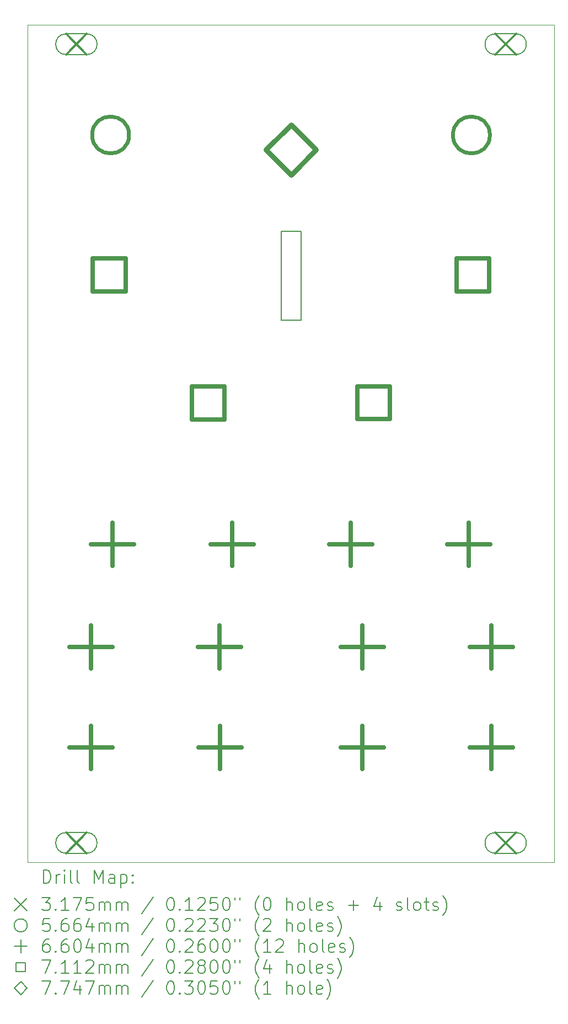
<source format=gbr>
%TF.GenerationSoftware,KiCad,Pcbnew,7.0.1-0*%
%TF.CreationDate,2023-03-29T06:15:44-07:00*%
%TF.ProjectId,Kit-Sampler-faceplate,4b69742d-5361-46d7-906c-65722d666163,rev?*%
%TF.SameCoordinates,PXa25a80PY7d1f400*%
%TF.FileFunction,Drillmap*%
%TF.FilePolarity,Positive*%
%FSLAX45Y45*%
G04 Gerber Fmt 4.5, Leading zero omitted, Abs format (unit mm)*
G04 Created by KiCad (PCBNEW 7.0.1-0) date 2023-03-29 06:15:44*
%MOMM*%
%LPD*%
G01*
G04 APERTURE LIST*
%ADD10C,0.100000*%
%ADD11C,0.150000*%
%ADD12C,0.200000*%
%ADD13C,0.317500*%
%ADD14C,0.566420*%
%ADD15C,0.660400*%
%ADD16C,0.711200*%
%ADD17C,0.774700*%
G04 APERTURE END LIST*
D10*
X-9000Y12841620D02*
X-9000Y-8380D01*
X8081000Y12841620D02*
X8081000Y-8380D01*
D11*
X3882850Y8310100D02*
X4194000Y8310100D01*
X4194000Y8310100D02*
X4194000Y9669000D01*
X4194000Y9669000D02*
X3882850Y9669000D01*
D10*
X-9000Y12841620D02*
X8081000Y12841620D01*
D11*
X3882850Y9669000D02*
X3882850Y8310100D01*
D10*
X-9000Y-8380D02*
X8081000Y-8380D01*
D12*
D13*
X581550Y12700650D02*
X899050Y12383150D01*
X899050Y12700650D02*
X581550Y12383150D01*
D12*
X581550Y12383150D02*
X899050Y12383150D01*
X899050Y12383150D02*
G75*
G03*
X899050Y12700650I0J158750D01*
G01*
X899050Y12700650D02*
X581550Y12700650D01*
X581550Y12700650D02*
G75*
G03*
X581550Y12383150I0J-158750D01*
G01*
D13*
X581550Y450090D02*
X899050Y132590D01*
X899050Y450090D02*
X581550Y132590D01*
D12*
X581550Y132590D02*
X899050Y132590D01*
X899050Y132590D02*
G75*
G03*
X899050Y450090I0J158750D01*
G01*
X899050Y450090D02*
X581550Y450090D01*
X581550Y450090D02*
G75*
G03*
X581550Y132590I0J-158750D01*
G01*
D13*
X7172950Y12700650D02*
X7490450Y12383150D01*
X7490450Y12700650D02*
X7172950Y12383150D01*
D12*
X7172950Y12383150D02*
X7490450Y12383150D01*
X7490450Y12383150D02*
G75*
G03*
X7490450Y12700650I0J158750D01*
G01*
X7490450Y12700650D02*
X7172950Y12700650D01*
X7172950Y12700650D02*
G75*
G03*
X7172950Y12383150I0J-158750D01*
G01*
D13*
X7172950Y450090D02*
X7490450Y132590D01*
X7490450Y450090D02*
X7172950Y132590D01*
D12*
X7172950Y132590D02*
X7490450Y132590D01*
X7490450Y132590D02*
G75*
G03*
X7490450Y450090I0J158750D01*
G01*
X7490450Y450090D02*
X7172950Y450090D01*
X7172950Y450090D02*
G75*
G03*
X7172950Y132590I0J-158750D01*
G01*
D14*
X1549210Y11149276D02*
G75*
G03*
X1549210Y11149276I-283210J0D01*
G01*
X7089210Y11149276D02*
G75*
G03*
X7089210Y11149276I-283210J0D01*
G01*
D15*
X963500Y3624476D02*
X963500Y2964076D01*
X633300Y3294276D02*
X1293700Y3294276D01*
X963500Y2081976D02*
X963500Y1421576D01*
X633300Y1751776D02*
X1293700Y1751776D01*
X1296000Y5204476D02*
X1296000Y4544076D01*
X965800Y4874276D02*
X1626200Y4874276D01*
X2940300Y3624476D02*
X2940300Y2964076D01*
X2610100Y3294276D02*
X3270500Y3294276D01*
X2943000Y2081976D02*
X2943000Y1421576D01*
X2612800Y1751776D02*
X3273200Y1751776D01*
X3128500Y5204476D02*
X3128500Y4544076D01*
X2798300Y4874276D02*
X3458700Y4874276D01*
X4951000Y5204476D02*
X4951000Y4544076D01*
X4620800Y4874276D02*
X5281200Y4874276D01*
X5129000Y2081976D02*
X5129000Y1421576D01*
X4798800Y1751776D02*
X5459200Y1751776D01*
X5131700Y3624476D02*
X5131700Y2964076D01*
X4801500Y3294276D02*
X5461900Y3294276D01*
X6768500Y5204476D02*
X6768500Y4544076D01*
X6438300Y4874276D02*
X7098700Y4874276D01*
X7108500Y3624476D02*
X7108500Y2964076D01*
X6778300Y3294276D02*
X7438700Y3294276D01*
X7108500Y2081976D02*
X7108500Y1421576D01*
X6778300Y1751776D02*
X7438700Y1751776D01*
D16*
X1497450Y8750327D02*
X1497450Y9253226D01*
X994550Y9253226D01*
X994550Y8750327D01*
X1497450Y8750327D01*
X3017450Y6787118D02*
X3017450Y7290018D01*
X2514550Y7290018D01*
X2514550Y6787118D01*
X3017450Y6787118D01*
X5557450Y6791550D02*
X5557450Y7294450D01*
X5054550Y7294450D01*
X5054550Y6791550D01*
X5557450Y6791550D01*
X7077450Y8750327D02*
X7077450Y9253226D01*
X6574550Y9253226D01*
X6574550Y8750327D01*
X7077450Y8750327D01*
D17*
X4036000Y10534426D02*
X4423350Y10921776D01*
X4036000Y11309126D01*
X3648650Y10921776D01*
X4036000Y10534426D01*
D12*
X233619Y-325904D02*
X233619Y-125904D01*
X233619Y-125904D02*
X281238Y-125904D01*
X281238Y-125904D02*
X309810Y-135428D01*
X309810Y-135428D02*
X328857Y-154475D01*
X328857Y-154475D02*
X338381Y-173523D01*
X338381Y-173523D02*
X347905Y-211618D01*
X347905Y-211618D02*
X347905Y-240189D01*
X347905Y-240189D02*
X338381Y-278285D01*
X338381Y-278285D02*
X328857Y-297332D01*
X328857Y-297332D02*
X309810Y-316380D01*
X309810Y-316380D02*
X281238Y-325904D01*
X281238Y-325904D02*
X233619Y-325904D01*
X433619Y-325904D02*
X433619Y-192570D01*
X433619Y-230666D02*
X443143Y-211618D01*
X443143Y-211618D02*
X452667Y-202094D01*
X452667Y-202094D02*
X471714Y-192570D01*
X471714Y-192570D02*
X490762Y-192570D01*
X557429Y-325904D02*
X557429Y-192570D01*
X557429Y-125904D02*
X547905Y-135428D01*
X547905Y-135428D02*
X557429Y-144951D01*
X557429Y-144951D02*
X566952Y-135428D01*
X566952Y-135428D02*
X557429Y-125904D01*
X557429Y-125904D02*
X557429Y-144951D01*
X681238Y-325904D02*
X662190Y-316380D01*
X662190Y-316380D02*
X652667Y-297332D01*
X652667Y-297332D02*
X652667Y-125904D01*
X786000Y-325904D02*
X766952Y-316380D01*
X766952Y-316380D02*
X757428Y-297332D01*
X757428Y-297332D02*
X757428Y-125904D01*
X1014571Y-325904D02*
X1014571Y-125904D01*
X1014571Y-125904D02*
X1081238Y-268761D01*
X1081238Y-268761D02*
X1147905Y-125904D01*
X1147905Y-125904D02*
X1147905Y-325904D01*
X1328857Y-325904D02*
X1328857Y-221142D01*
X1328857Y-221142D02*
X1319333Y-202094D01*
X1319333Y-202094D02*
X1300286Y-192570D01*
X1300286Y-192570D02*
X1262190Y-192570D01*
X1262190Y-192570D02*
X1243143Y-202094D01*
X1328857Y-316380D02*
X1309810Y-325904D01*
X1309810Y-325904D02*
X1262190Y-325904D01*
X1262190Y-325904D02*
X1243143Y-316380D01*
X1243143Y-316380D02*
X1233619Y-297332D01*
X1233619Y-297332D02*
X1233619Y-278285D01*
X1233619Y-278285D02*
X1243143Y-259237D01*
X1243143Y-259237D02*
X1262190Y-249713D01*
X1262190Y-249713D02*
X1309810Y-249713D01*
X1309810Y-249713D02*
X1328857Y-240189D01*
X1424095Y-192570D02*
X1424095Y-392570D01*
X1424095Y-202094D02*
X1443143Y-192570D01*
X1443143Y-192570D02*
X1481238Y-192570D01*
X1481238Y-192570D02*
X1500286Y-202094D01*
X1500286Y-202094D02*
X1509809Y-211618D01*
X1509809Y-211618D02*
X1519333Y-230666D01*
X1519333Y-230666D02*
X1519333Y-287809D01*
X1519333Y-287809D02*
X1509809Y-306856D01*
X1509809Y-306856D02*
X1500286Y-316380D01*
X1500286Y-316380D02*
X1481238Y-325904D01*
X1481238Y-325904D02*
X1443143Y-325904D01*
X1443143Y-325904D02*
X1424095Y-316380D01*
X1605048Y-306856D02*
X1614571Y-316380D01*
X1614571Y-316380D02*
X1605048Y-325904D01*
X1605048Y-325904D02*
X1595524Y-316380D01*
X1595524Y-316380D02*
X1605048Y-306856D01*
X1605048Y-306856D02*
X1605048Y-325904D01*
X1605048Y-202094D02*
X1614571Y-211618D01*
X1614571Y-211618D02*
X1605048Y-221142D01*
X1605048Y-221142D02*
X1595524Y-211618D01*
X1595524Y-211618D02*
X1605048Y-202094D01*
X1605048Y-202094D02*
X1605048Y-221142D01*
X-214000Y-553380D02*
X-14000Y-753380D01*
X-14000Y-553380D02*
X-214000Y-753380D01*
X214571Y-545904D02*
X338381Y-545904D01*
X338381Y-545904D02*
X271714Y-622094D01*
X271714Y-622094D02*
X300286Y-622094D01*
X300286Y-622094D02*
X319333Y-631618D01*
X319333Y-631618D02*
X328857Y-641142D01*
X328857Y-641142D02*
X338381Y-660190D01*
X338381Y-660190D02*
X338381Y-707808D01*
X338381Y-707808D02*
X328857Y-726856D01*
X328857Y-726856D02*
X319333Y-736380D01*
X319333Y-736380D02*
X300286Y-745904D01*
X300286Y-745904D02*
X243143Y-745904D01*
X243143Y-745904D02*
X224095Y-736380D01*
X224095Y-736380D02*
X214571Y-726856D01*
X424095Y-726856D02*
X433619Y-736380D01*
X433619Y-736380D02*
X424095Y-745904D01*
X424095Y-745904D02*
X414571Y-736380D01*
X414571Y-736380D02*
X424095Y-726856D01*
X424095Y-726856D02*
X424095Y-745904D01*
X624095Y-745904D02*
X509809Y-745904D01*
X566952Y-745904D02*
X566952Y-545904D01*
X566952Y-545904D02*
X547905Y-574475D01*
X547905Y-574475D02*
X528857Y-593523D01*
X528857Y-593523D02*
X509809Y-603047D01*
X690762Y-545904D02*
X824095Y-545904D01*
X824095Y-545904D02*
X738381Y-745904D01*
X995524Y-545904D02*
X900286Y-545904D01*
X900286Y-545904D02*
X890762Y-641142D01*
X890762Y-641142D02*
X900286Y-631618D01*
X900286Y-631618D02*
X919333Y-622094D01*
X919333Y-622094D02*
X966952Y-622094D01*
X966952Y-622094D02*
X986000Y-631618D01*
X986000Y-631618D02*
X995524Y-641142D01*
X995524Y-641142D02*
X1005048Y-660190D01*
X1005048Y-660190D02*
X1005048Y-707808D01*
X1005048Y-707808D02*
X995524Y-726856D01*
X995524Y-726856D02*
X986000Y-736380D01*
X986000Y-736380D02*
X966952Y-745904D01*
X966952Y-745904D02*
X919333Y-745904D01*
X919333Y-745904D02*
X900286Y-736380D01*
X900286Y-736380D02*
X890762Y-726856D01*
X1090762Y-745904D02*
X1090762Y-612570D01*
X1090762Y-631618D02*
X1100286Y-622094D01*
X1100286Y-622094D02*
X1119333Y-612570D01*
X1119333Y-612570D02*
X1147905Y-612570D01*
X1147905Y-612570D02*
X1166952Y-622094D01*
X1166952Y-622094D02*
X1176476Y-641142D01*
X1176476Y-641142D02*
X1176476Y-745904D01*
X1176476Y-641142D02*
X1186000Y-622094D01*
X1186000Y-622094D02*
X1205048Y-612570D01*
X1205048Y-612570D02*
X1233619Y-612570D01*
X1233619Y-612570D02*
X1252667Y-622094D01*
X1252667Y-622094D02*
X1262191Y-641142D01*
X1262191Y-641142D02*
X1262191Y-745904D01*
X1357429Y-745904D02*
X1357429Y-612570D01*
X1357429Y-631618D02*
X1366952Y-622094D01*
X1366952Y-622094D02*
X1386000Y-612570D01*
X1386000Y-612570D02*
X1414571Y-612570D01*
X1414571Y-612570D02*
X1433619Y-622094D01*
X1433619Y-622094D02*
X1443143Y-641142D01*
X1443143Y-641142D02*
X1443143Y-745904D01*
X1443143Y-641142D02*
X1452667Y-622094D01*
X1452667Y-622094D02*
X1471714Y-612570D01*
X1471714Y-612570D02*
X1500286Y-612570D01*
X1500286Y-612570D02*
X1519333Y-622094D01*
X1519333Y-622094D02*
X1528857Y-641142D01*
X1528857Y-641142D02*
X1528857Y-745904D01*
X1919333Y-536380D02*
X1747905Y-793523D01*
X2176476Y-545904D02*
X2195524Y-545904D01*
X2195524Y-545904D02*
X2214572Y-555428D01*
X2214572Y-555428D02*
X2224095Y-564951D01*
X2224095Y-564951D02*
X2233619Y-583999D01*
X2233619Y-583999D02*
X2243143Y-622094D01*
X2243143Y-622094D02*
X2243143Y-669713D01*
X2243143Y-669713D02*
X2233619Y-707808D01*
X2233619Y-707808D02*
X2224095Y-726856D01*
X2224095Y-726856D02*
X2214572Y-736380D01*
X2214572Y-736380D02*
X2195524Y-745904D01*
X2195524Y-745904D02*
X2176476Y-745904D01*
X2176476Y-745904D02*
X2157429Y-736380D01*
X2157429Y-736380D02*
X2147905Y-726856D01*
X2147905Y-726856D02*
X2138381Y-707808D01*
X2138381Y-707808D02*
X2128857Y-669713D01*
X2128857Y-669713D02*
X2128857Y-622094D01*
X2128857Y-622094D02*
X2138381Y-583999D01*
X2138381Y-583999D02*
X2147905Y-564951D01*
X2147905Y-564951D02*
X2157429Y-555428D01*
X2157429Y-555428D02*
X2176476Y-545904D01*
X2328857Y-726856D02*
X2338381Y-736380D01*
X2338381Y-736380D02*
X2328857Y-745904D01*
X2328857Y-745904D02*
X2319334Y-736380D01*
X2319334Y-736380D02*
X2328857Y-726856D01*
X2328857Y-726856D02*
X2328857Y-745904D01*
X2528857Y-745904D02*
X2414572Y-745904D01*
X2471714Y-745904D02*
X2471714Y-545904D01*
X2471714Y-545904D02*
X2452667Y-574475D01*
X2452667Y-574475D02*
X2433619Y-593523D01*
X2433619Y-593523D02*
X2414572Y-603047D01*
X2605048Y-564951D02*
X2614572Y-555428D01*
X2614572Y-555428D02*
X2633619Y-545904D01*
X2633619Y-545904D02*
X2681238Y-545904D01*
X2681238Y-545904D02*
X2700286Y-555428D01*
X2700286Y-555428D02*
X2709810Y-564951D01*
X2709810Y-564951D02*
X2719334Y-583999D01*
X2719334Y-583999D02*
X2719334Y-603047D01*
X2719334Y-603047D02*
X2709810Y-631618D01*
X2709810Y-631618D02*
X2595524Y-745904D01*
X2595524Y-745904D02*
X2719334Y-745904D01*
X2900286Y-545904D02*
X2805048Y-545904D01*
X2805048Y-545904D02*
X2795524Y-641142D01*
X2795524Y-641142D02*
X2805048Y-631618D01*
X2805048Y-631618D02*
X2824095Y-622094D01*
X2824095Y-622094D02*
X2871714Y-622094D01*
X2871714Y-622094D02*
X2890762Y-631618D01*
X2890762Y-631618D02*
X2900286Y-641142D01*
X2900286Y-641142D02*
X2909810Y-660190D01*
X2909810Y-660190D02*
X2909810Y-707808D01*
X2909810Y-707808D02*
X2900286Y-726856D01*
X2900286Y-726856D02*
X2890762Y-736380D01*
X2890762Y-736380D02*
X2871714Y-745904D01*
X2871714Y-745904D02*
X2824095Y-745904D01*
X2824095Y-745904D02*
X2805048Y-736380D01*
X2805048Y-736380D02*
X2795524Y-726856D01*
X3033619Y-545904D02*
X3052667Y-545904D01*
X3052667Y-545904D02*
X3071714Y-555428D01*
X3071714Y-555428D02*
X3081238Y-564951D01*
X3081238Y-564951D02*
X3090762Y-583999D01*
X3090762Y-583999D02*
X3100286Y-622094D01*
X3100286Y-622094D02*
X3100286Y-669713D01*
X3100286Y-669713D02*
X3090762Y-707808D01*
X3090762Y-707808D02*
X3081238Y-726856D01*
X3081238Y-726856D02*
X3071714Y-736380D01*
X3071714Y-736380D02*
X3052667Y-745904D01*
X3052667Y-745904D02*
X3033619Y-745904D01*
X3033619Y-745904D02*
X3014572Y-736380D01*
X3014572Y-736380D02*
X3005048Y-726856D01*
X3005048Y-726856D02*
X2995524Y-707808D01*
X2995524Y-707808D02*
X2986000Y-669713D01*
X2986000Y-669713D02*
X2986000Y-622094D01*
X2986000Y-622094D02*
X2995524Y-583999D01*
X2995524Y-583999D02*
X3005048Y-564951D01*
X3005048Y-564951D02*
X3014572Y-555428D01*
X3014572Y-555428D02*
X3033619Y-545904D01*
X3176476Y-545904D02*
X3176476Y-583999D01*
X3252667Y-545904D02*
X3252667Y-583999D01*
X3547905Y-822094D02*
X3538381Y-812570D01*
X3538381Y-812570D02*
X3519334Y-783999D01*
X3519334Y-783999D02*
X3509810Y-764951D01*
X3509810Y-764951D02*
X3500286Y-736380D01*
X3500286Y-736380D02*
X3490762Y-688761D01*
X3490762Y-688761D02*
X3490762Y-650666D01*
X3490762Y-650666D02*
X3500286Y-603047D01*
X3500286Y-603047D02*
X3509810Y-574475D01*
X3509810Y-574475D02*
X3519334Y-555428D01*
X3519334Y-555428D02*
X3538381Y-526856D01*
X3538381Y-526856D02*
X3547905Y-517332D01*
X3662191Y-545904D02*
X3681238Y-545904D01*
X3681238Y-545904D02*
X3700286Y-555428D01*
X3700286Y-555428D02*
X3709810Y-564951D01*
X3709810Y-564951D02*
X3719334Y-583999D01*
X3719334Y-583999D02*
X3728857Y-622094D01*
X3728857Y-622094D02*
X3728857Y-669713D01*
X3728857Y-669713D02*
X3719334Y-707808D01*
X3719334Y-707808D02*
X3709810Y-726856D01*
X3709810Y-726856D02*
X3700286Y-736380D01*
X3700286Y-736380D02*
X3681238Y-745904D01*
X3681238Y-745904D02*
X3662191Y-745904D01*
X3662191Y-745904D02*
X3643143Y-736380D01*
X3643143Y-736380D02*
X3633619Y-726856D01*
X3633619Y-726856D02*
X3624095Y-707808D01*
X3624095Y-707808D02*
X3614572Y-669713D01*
X3614572Y-669713D02*
X3614572Y-622094D01*
X3614572Y-622094D02*
X3624095Y-583999D01*
X3624095Y-583999D02*
X3633619Y-564951D01*
X3633619Y-564951D02*
X3643143Y-555428D01*
X3643143Y-555428D02*
X3662191Y-545904D01*
X3966953Y-745904D02*
X3966953Y-545904D01*
X4052667Y-745904D02*
X4052667Y-641142D01*
X4052667Y-641142D02*
X4043143Y-622094D01*
X4043143Y-622094D02*
X4024096Y-612570D01*
X4024096Y-612570D02*
X3995524Y-612570D01*
X3995524Y-612570D02*
X3976476Y-622094D01*
X3976476Y-622094D02*
X3966953Y-631618D01*
X4176476Y-745904D02*
X4157429Y-736380D01*
X4157429Y-736380D02*
X4147905Y-726856D01*
X4147905Y-726856D02*
X4138381Y-707808D01*
X4138381Y-707808D02*
X4138381Y-650666D01*
X4138381Y-650666D02*
X4147905Y-631618D01*
X4147905Y-631618D02*
X4157429Y-622094D01*
X4157429Y-622094D02*
X4176476Y-612570D01*
X4176476Y-612570D02*
X4205048Y-612570D01*
X4205048Y-612570D02*
X4224096Y-622094D01*
X4224096Y-622094D02*
X4233619Y-631618D01*
X4233619Y-631618D02*
X4243143Y-650666D01*
X4243143Y-650666D02*
X4243143Y-707808D01*
X4243143Y-707808D02*
X4233619Y-726856D01*
X4233619Y-726856D02*
X4224096Y-736380D01*
X4224096Y-736380D02*
X4205048Y-745904D01*
X4205048Y-745904D02*
X4176476Y-745904D01*
X4357429Y-745904D02*
X4338381Y-736380D01*
X4338381Y-736380D02*
X4328858Y-717332D01*
X4328858Y-717332D02*
X4328858Y-545904D01*
X4509810Y-736380D02*
X4490762Y-745904D01*
X4490762Y-745904D02*
X4452667Y-745904D01*
X4452667Y-745904D02*
X4433619Y-736380D01*
X4433619Y-736380D02*
X4424096Y-717332D01*
X4424096Y-717332D02*
X4424096Y-641142D01*
X4424096Y-641142D02*
X4433619Y-622094D01*
X4433619Y-622094D02*
X4452667Y-612570D01*
X4452667Y-612570D02*
X4490762Y-612570D01*
X4490762Y-612570D02*
X4509810Y-622094D01*
X4509810Y-622094D02*
X4519334Y-641142D01*
X4519334Y-641142D02*
X4519334Y-660190D01*
X4519334Y-660190D02*
X4424096Y-679237D01*
X4595524Y-736380D02*
X4614572Y-745904D01*
X4614572Y-745904D02*
X4652667Y-745904D01*
X4652667Y-745904D02*
X4671715Y-736380D01*
X4671715Y-736380D02*
X4681239Y-717332D01*
X4681239Y-717332D02*
X4681239Y-707808D01*
X4681239Y-707808D02*
X4671715Y-688761D01*
X4671715Y-688761D02*
X4652667Y-679237D01*
X4652667Y-679237D02*
X4624096Y-679237D01*
X4624096Y-679237D02*
X4605048Y-669713D01*
X4605048Y-669713D02*
X4595524Y-650666D01*
X4595524Y-650666D02*
X4595524Y-641142D01*
X4595524Y-641142D02*
X4605048Y-622094D01*
X4605048Y-622094D02*
X4624096Y-612570D01*
X4624096Y-612570D02*
X4652667Y-612570D01*
X4652667Y-612570D02*
X4671715Y-622094D01*
X4919334Y-669713D02*
X5071715Y-669713D01*
X4995524Y-745904D02*
X4995524Y-593523D01*
X5405048Y-612570D02*
X5405048Y-745904D01*
X5357429Y-536380D02*
X5309810Y-679237D01*
X5309810Y-679237D02*
X5433620Y-679237D01*
X5652667Y-736380D02*
X5671715Y-745904D01*
X5671715Y-745904D02*
X5709810Y-745904D01*
X5709810Y-745904D02*
X5728858Y-736380D01*
X5728858Y-736380D02*
X5738381Y-717332D01*
X5738381Y-717332D02*
X5738381Y-707808D01*
X5738381Y-707808D02*
X5728858Y-688761D01*
X5728858Y-688761D02*
X5709810Y-679237D01*
X5709810Y-679237D02*
X5681239Y-679237D01*
X5681239Y-679237D02*
X5662191Y-669713D01*
X5662191Y-669713D02*
X5652667Y-650666D01*
X5652667Y-650666D02*
X5652667Y-641142D01*
X5652667Y-641142D02*
X5662191Y-622094D01*
X5662191Y-622094D02*
X5681239Y-612570D01*
X5681239Y-612570D02*
X5709810Y-612570D01*
X5709810Y-612570D02*
X5728858Y-622094D01*
X5852667Y-745904D02*
X5833620Y-736380D01*
X5833620Y-736380D02*
X5824096Y-717332D01*
X5824096Y-717332D02*
X5824096Y-545904D01*
X5957429Y-745904D02*
X5938381Y-736380D01*
X5938381Y-736380D02*
X5928858Y-726856D01*
X5928858Y-726856D02*
X5919334Y-707808D01*
X5919334Y-707808D02*
X5919334Y-650666D01*
X5919334Y-650666D02*
X5928858Y-631618D01*
X5928858Y-631618D02*
X5938381Y-622094D01*
X5938381Y-622094D02*
X5957429Y-612570D01*
X5957429Y-612570D02*
X5986001Y-612570D01*
X5986001Y-612570D02*
X6005048Y-622094D01*
X6005048Y-622094D02*
X6014572Y-631618D01*
X6014572Y-631618D02*
X6024096Y-650666D01*
X6024096Y-650666D02*
X6024096Y-707808D01*
X6024096Y-707808D02*
X6014572Y-726856D01*
X6014572Y-726856D02*
X6005048Y-736380D01*
X6005048Y-736380D02*
X5986001Y-745904D01*
X5986001Y-745904D02*
X5957429Y-745904D01*
X6081239Y-612570D02*
X6157429Y-612570D01*
X6109810Y-545904D02*
X6109810Y-717332D01*
X6109810Y-717332D02*
X6119334Y-736380D01*
X6119334Y-736380D02*
X6138381Y-745904D01*
X6138381Y-745904D02*
X6157429Y-745904D01*
X6214572Y-736380D02*
X6233620Y-745904D01*
X6233620Y-745904D02*
X6271715Y-745904D01*
X6271715Y-745904D02*
X6290762Y-736380D01*
X6290762Y-736380D02*
X6300286Y-717332D01*
X6300286Y-717332D02*
X6300286Y-707808D01*
X6300286Y-707808D02*
X6290762Y-688761D01*
X6290762Y-688761D02*
X6271715Y-679237D01*
X6271715Y-679237D02*
X6243143Y-679237D01*
X6243143Y-679237D02*
X6224096Y-669713D01*
X6224096Y-669713D02*
X6214572Y-650666D01*
X6214572Y-650666D02*
X6214572Y-641142D01*
X6214572Y-641142D02*
X6224096Y-622094D01*
X6224096Y-622094D02*
X6243143Y-612570D01*
X6243143Y-612570D02*
X6271715Y-612570D01*
X6271715Y-612570D02*
X6290762Y-622094D01*
X6366953Y-822094D02*
X6376477Y-812570D01*
X6376477Y-812570D02*
X6395524Y-783999D01*
X6395524Y-783999D02*
X6405048Y-764951D01*
X6405048Y-764951D02*
X6414572Y-736380D01*
X6414572Y-736380D02*
X6424096Y-688761D01*
X6424096Y-688761D02*
X6424096Y-650666D01*
X6424096Y-650666D02*
X6414572Y-603047D01*
X6414572Y-603047D02*
X6405048Y-574475D01*
X6405048Y-574475D02*
X6395524Y-555428D01*
X6395524Y-555428D02*
X6376477Y-526856D01*
X6376477Y-526856D02*
X6366953Y-517332D01*
X-14000Y-973380D02*
G75*
G03*
X-14000Y-973380I-100000J0D01*
G01*
X328857Y-865904D02*
X233619Y-865904D01*
X233619Y-865904D02*
X224095Y-961142D01*
X224095Y-961142D02*
X233619Y-951618D01*
X233619Y-951618D02*
X252667Y-942094D01*
X252667Y-942094D02*
X300286Y-942094D01*
X300286Y-942094D02*
X319333Y-951618D01*
X319333Y-951618D02*
X328857Y-961142D01*
X328857Y-961142D02*
X338381Y-980189D01*
X338381Y-980189D02*
X338381Y-1027808D01*
X338381Y-1027808D02*
X328857Y-1046856D01*
X328857Y-1046856D02*
X319333Y-1056380D01*
X319333Y-1056380D02*
X300286Y-1065904D01*
X300286Y-1065904D02*
X252667Y-1065904D01*
X252667Y-1065904D02*
X233619Y-1056380D01*
X233619Y-1056380D02*
X224095Y-1046856D01*
X424095Y-1046856D02*
X433619Y-1056380D01*
X433619Y-1056380D02*
X424095Y-1065904D01*
X424095Y-1065904D02*
X414571Y-1056380D01*
X414571Y-1056380D02*
X424095Y-1046856D01*
X424095Y-1046856D02*
X424095Y-1065904D01*
X605048Y-865904D02*
X566952Y-865904D01*
X566952Y-865904D02*
X547905Y-875428D01*
X547905Y-875428D02*
X538381Y-884951D01*
X538381Y-884951D02*
X519333Y-913523D01*
X519333Y-913523D02*
X509809Y-951618D01*
X509809Y-951618D02*
X509809Y-1027808D01*
X509809Y-1027808D02*
X519333Y-1046856D01*
X519333Y-1046856D02*
X528857Y-1056380D01*
X528857Y-1056380D02*
X547905Y-1065904D01*
X547905Y-1065904D02*
X586000Y-1065904D01*
X586000Y-1065904D02*
X605048Y-1056380D01*
X605048Y-1056380D02*
X614571Y-1046856D01*
X614571Y-1046856D02*
X624095Y-1027808D01*
X624095Y-1027808D02*
X624095Y-980189D01*
X624095Y-980189D02*
X614571Y-961142D01*
X614571Y-961142D02*
X605048Y-951618D01*
X605048Y-951618D02*
X586000Y-942094D01*
X586000Y-942094D02*
X547905Y-942094D01*
X547905Y-942094D02*
X528857Y-951618D01*
X528857Y-951618D02*
X519333Y-961142D01*
X519333Y-961142D02*
X509809Y-980189D01*
X795524Y-865904D02*
X757428Y-865904D01*
X757428Y-865904D02*
X738381Y-875428D01*
X738381Y-875428D02*
X728857Y-884951D01*
X728857Y-884951D02*
X709809Y-913523D01*
X709809Y-913523D02*
X700286Y-951618D01*
X700286Y-951618D02*
X700286Y-1027808D01*
X700286Y-1027808D02*
X709809Y-1046856D01*
X709809Y-1046856D02*
X719333Y-1056380D01*
X719333Y-1056380D02*
X738381Y-1065904D01*
X738381Y-1065904D02*
X776476Y-1065904D01*
X776476Y-1065904D02*
X795524Y-1056380D01*
X795524Y-1056380D02*
X805048Y-1046856D01*
X805048Y-1046856D02*
X814571Y-1027808D01*
X814571Y-1027808D02*
X814571Y-980189D01*
X814571Y-980189D02*
X805048Y-961142D01*
X805048Y-961142D02*
X795524Y-951618D01*
X795524Y-951618D02*
X776476Y-942094D01*
X776476Y-942094D02*
X738381Y-942094D01*
X738381Y-942094D02*
X719333Y-951618D01*
X719333Y-951618D02*
X709809Y-961142D01*
X709809Y-961142D02*
X700286Y-980189D01*
X986000Y-932570D02*
X986000Y-1065904D01*
X938381Y-856380D02*
X890762Y-999237D01*
X890762Y-999237D02*
X1014571Y-999237D01*
X1090762Y-1065904D02*
X1090762Y-932570D01*
X1090762Y-951618D02*
X1100286Y-942094D01*
X1100286Y-942094D02*
X1119333Y-932570D01*
X1119333Y-932570D02*
X1147905Y-932570D01*
X1147905Y-932570D02*
X1166952Y-942094D01*
X1166952Y-942094D02*
X1176476Y-961142D01*
X1176476Y-961142D02*
X1176476Y-1065904D01*
X1176476Y-961142D02*
X1186000Y-942094D01*
X1186000Y-942094D02*
X1205048Y-932570D01*
X1205048Y-932570D02*
X1233619Y-932570D01*
X1233619Y-932570D02*
X1252667Y-942094D01*
X1252667Y-942094D02*
X1262191Y-961142D01*
X1262191Y-961142D02*
X1262191Y-1065904D01*
X1357429Y-1065904D02*
X1357429Y-932570D01*
X1357429Y-951618D02*
X1366952Y-942094D01*
X1366952Y-942094D02*
X1386000Y-932570D01*
X1386000Y-932570D02*
X1414571Y-932570D01*
X1414571Y-932570D02*
X1433619Y-942094D01*
X1433619Y-942094D02*
X1443143Y-961142D01*
X1443143Y-961142D02*
X1443143Y-1065904D01*
X1443143Y-961142D02*
X1452667Y-942094D01*
X1452667Y-942094D02*
X1471714Y-932570D01*
X1471714Y-932570D02*
X1500286Y-932570D01*
X1500286Y-932570D02*
X1519333Y-942094D01*
X1519333Y-942094D02*
X1528857Y-961142D01*
X1528857Y-961142D02*
X1528857Y-1065904D01*
X1919333Y-856380D02*
X1747905Y-1113523D01*
X2176476Y-865904D02*
X2195524Y-865904D01*
X2195524Y-865904D02*
X2214572Y-875428D01*
X2214572Y-875428D02*
X2224095Y-884951D01*
X2224095Y-884951D02*
X2233619Y-903999D01*
X2233619Y-903999D02*
X2243143Y-942094D01*
X2243143Y-942094D02*
X2243143Y-989713D01*
X2243143Y-989713D02*
X2233619Y-1027808D01*
X2233619Y-1027808D02*
X2224095Y-1046856D01*
X2224095Y-1046856D02*
X2214572Y-1056380D01*
X2214572Y-1056380D02*
X2195524Y-1065904D01*
X2195524Y-1065904D02*
X2176476Y-1065904D01*
X2176476Y-1065904D02*
X2157429Y-1056380D01*
X2157429Y-1056380D02*
X2147905Y-1046856D01*
X2147905Y-1046856D02*
X2138381Y-1027808D01*
X2138381Y-1027808D02*
X2128857Y-989713D01*
X2128857Y-989713D02*
X2128857Y-942094D01*
X2128857Y-942094D02*
X2138381Y-903999D01*
X2138381Y-903999D02*
X2147905Y-884951D01*
X2147905Y-884951D02*
X2157429Y-875428D01*
X2157429Y-875428D02*
X2176476Y-865904D01*
X2328857Y-1046856D02*
X2338381Y-1056380D01*
X2338381Y-1056380D02*
X2328857Y-1065904D01*
X2328857Y-1065904D02*
X2319334Y-1056380D01*
X2319334Y-1056380D02*
X2328857Y-1046856D01*
X2328857Y-1046856D02*
X2328857Y-1065904D01*
X2414572Y-884951D02*
X2424095Y-875428D01*
X2424095Y-875428D02*
X2443143Y-865904D01*
X2443143Y-865904D02*
X2490762Y-865904D01*
X2490762Y-865904D02*
X2509810Y-875428D01*
X2509810Y-875428D02*
X2519334Y-884951D01*
X2519334Y-884951D02*
X2528857Y-903999D01*
X2528857Y-903999D02*
X2528857Y-923047D01*
X2528857Y-923047D02*
X2519334Y-951618D01*
X2519334Y-951618D02*
X2405048Y-1065904D01*
X2405048Y-1065904D02*
X2528857Y-1065904D01*
X2605048Y-884951D02*
X2614572Y-875428D01*
X2614572Y-875428D02*
X2633619Y-865904D01*
X2633619Y-865904D02*
X2681238Y-865904D01*
X2681238Y-865904D02*
X2700286Y-875428D01*
X2700286Y-875428D02*
X2709810Y-884951D01*
X2709810Y-884951D02*
X2719334Y-903999D01*
X2719334Y-903999D02*
X2719334Y-923047D01*
X2719334Y-923047D02*
X2709810Y-951618D01*
X2709810Y-951618D02*
X2595524Y-1065904D01*
X2595524Y-1065904D02*
X2719334Y-1065904D01*
X2786000Y-865904D02*
X2909810Y-865904D01*
X2909810Y-865904D02*
X2843143Y-942094D01*
X2843143Y-942094D02*
X2871714Y-942094D01*
X2871714Y-942094D02*
X2890762Y-951618D01*
X2890762Y-951618D02*
X2900286Y-961142D01*
X2900286Y-961142D02*
X2909810Y-980189D01*
X2909810Y-980189D02*
X2909810Y-1027808D01*
X2909810Y-1027808D02*
X2900286Y-1046856D01*
X2900286Y-1046856D02*
X2890762Y-1056380D01*
X2890762Y-1056380D02*
X2871714Y-1065904D01*
X2871714Y-1065904D02*
X2814572Y-1065904D01*
X2814572Y-1065904D02*
X2795524Y-1056380D01*
X2795524Y-1056380D02*
X2786000Y-1046856D01*
X3033619Y-865904D02*
X3052667Y-865904D01*
X3052667Y-865904D02*
X3071714Y-875428D01*
X3071714Y-875428D02*
X3081238Y-884951D01*
X3081238Y-884951D02*
X3090762Y-903999D01*
X3090762Y-903999D02*
X3100286Y-942094D01*
X3100286Y-942094D02*
X3100286Y-989713D01*
X3100286Y-989713D02*
X3090762Y-1027808D01*
X3090762Y-1027808D02*
X3081238Y-1046856D01*
X3081238Y-1046856D02*
X3071714Y-1056380D01*
X3071714Y-1056380D02*
X3052667Y-1065904D01*
X3052667Y-1065904D02*
X3033619Y-1065904D01*
X3033619Y-1065904D02*
X3014572Y-1056380D01*
X3014572Y-1056380D02*
X3005048Y-1046856D01*
X3005048Y-1046856D02*
X2995524Y-1027808D01*
X2995524Y-1027808D02*
X2986000Y-989713D01*
X2986000Y-989713D02*
X2986000Y-942094D01*
X2986000Y-942094D02*
X2995524Y-903999D01*
X2995524Y-903999D02*
X3005048Y-884951D01*
X3005048Y-884951D02*
X3014572Y-875428D01*
X3014572Y-875428D02*
X3033619Y-865904D01*
X3176476Y-865904D02*
X3176476Y-903999D01*
X3252667Y-865904D02*
X3252667Y-903999D01*
X3547905Y-1142094D02*
X3538381Y-1132570D01*
X3538381Y-1132570D02*
X3519334Y-1103999D01*
X3519334Y-1103999D02*
X3509810Y-1084951D01*
X3509810Y-1084951D02*
X3500286Y-1056380D01*
X3500286Y-1056380D02*
X3490762Y-1008761D01*
X3490762Y-1008761D02*
X3490762Y-970666D01*
X3490762Y-970666D02*
X3500286Y-923047D01*
X3500286Y-923047D02*
X3509810Y-894475D01*
X3509810Y-894475D02*
X3519334Y-875428D01*
X3519334Y-875428D02*
X3538381Y-846856D01*
X3538381Y-846856D02*
X3547905Y-837332D01*
X3614572Y-884951D02*
X3624095Y-875428D01*
X3624095Y-875428D02*
X3643143Y-865904D01*
X3643143Y-865904D02*
X3690762Y-865904D01*
X3690762Y-865904D02*
X3709810Y-875428D01*
X3709810Y-875428D02*
X3719334Y-884951D01*
X3719334Y-884951D02*
X3728857Y-903999D01*
X3728857Y-903999D02*
X3728857Y-923047D01*
X3728857Y-923047D02*
X3719334Y-951618D01*
X3719334Y-951618D02*
X3605048Y-1065904D01*
X3605048Y-1065904D02*
X3728857Y-1065904D01*
X3966953Y-1065904D02*
X3966953Y-865904D01*
X4052667Y-1065904D02*
X4052667Y-961142D01*
X4052667Y-961142D02*
X4043143Y-942094D01*
X4043143Y-942094D02*
X4024096Y-932570D01*
X4024096Y-932570D02*
X3995524Y-932570D01*
X3995524Y-932570D02*
X3976476Y-942094D01*
X3976476Y-942094D02*
X3966953Y-951618D01*
X4176476Y-1065904D02*
X4157429Y-1056380D01*
X4157429Y-1056380D02*
X4147905Y-1046856D01*
X4147905Y-1046856D02*
X4138381Y-1027808D01*
X4138381Y-1027808D02*
X4138381Y-970666D01*
X4138381Y-970666D02*
X4147905Y-951618D01*
X4147905Y-951618D02*
X4157429Y-942094D01*
X4157429Y-942094D02*
X4176476Y-932570D01*
X4176476Y-932570D02*
X4205048Y-932570D01*
X4205048Y-932570D02*
X4224096Y-942094D01*
X4224096Y-942094D02*
X4233619Y-951618D01*
X4233619Y-951618D02*
X4243143Y-970666D01*
X4243143Y-970666D02*
X4243143Y-1027808D01*
X4243143Y-1027808D02*
X4233619Y-1046856D01*
X4233619Y-1046856D02*
X4224096Y-1056380D01*
X4224096Y-1056380D02*
X4205048Y-1065904D01*
X4205048Y-1065904D02*
X4176476Y-1065904D01*
X4357429Y-1065904D02*
X4338381Y-1056380D01*
X4338381Y-1056380D02*
X4328858Y-1037332D01*
X4328858Y-1037332D02*
X4328858Y-865904D01*
X4509810Y-1056380D02*
X4490762Y-1065904D01*
X4490762Y-1065904D02*
X4452667Y-1065904D01*
X4452667Y-1065904D02*
X4433619Y-1056380D01*
X4433619Y-1056380D02*
X4424096Y-1037332D01*
X4424096Y-1037332D02*
X4424096Y-961142D01*
X4424096Y-961142D02*
X4433619Y-942094D01*
X4433619Y-942094D02*
X4452667Y-932570D01*
X4452667Y-932570D02*
X4490762Y-932570D01*
X4490762Y-932570D02*
X4509810Y-942094D01*
X4509810Y-942094D02*
X4519334Y-961142D01*
X4519334Y-961142D02*
X4519334Y-980189D01*
X4519334Y-980189D02*
X4424096Y-999237D01*
X4595524Y-1056380D02*
X4614572Y-1065904D01*
X4614572Y-1065904D02*
X4652667Y-1065904D01*
X4652667Y-1065904D02*
X4671715Y-1056380D01*
X4671715Y-1056380D02*
X4681239Y-1037332D01*
X4681239Y-1037332D02*
X4681239Y-1027808D01*
X4681239Y-1027808D02*
X4671715Y-1008761D01*
X4671715Y-1008761D02*
X4652667Y-999237D01*
X4652667Y-999237D02*
X4624096Y-999237D01*
X4624096Y-999237D02*
X4605048Y-989713D01*
X4605048Y-989713D02*
X4595524Y-970666D01*
X4595524Y-970666D02*
X4595524Y-961142D01*
X4595524Y-961142D02*
X4605048Y-942094D01*
X4605048Y-942094D02*
X4624096Y-932570D01*
X4624096Y-932570D02*
X4652667Y-932570D01*
X4652667Y-932570D02*
X4671715Y-942094D01*
X4747905Y-1142094D02*
X4757429Y-1132570D01*
X4757429Y-1132570D02*
X4776477Y-1103999D01*
X4776477Y-1103999D02*
X4786000Y-1084951D01*
X4786000Y-1084951D02*
X4795524Y-1056380D01*
X4795524Y-1056380D02*
X4805048Y-1008761D01*
X4805048Y-1008761D02*
X4805048Y-970666D01*
X4805048Y-970666D02*
X4795524Y-923047D01*
X4795524Y-923047D02*
X4786000Y-894475D01*
X4786000Y-894475D02*
X4776477Y-875428D01*
X4776477Y-875428D02*
X4757429Y-846856D01*
X4757429Y-846856D02*
X4747905Y-837332D01*
X-114000Y-1193380D02*
X-114000Y-1393380D01*
X-214000Y-1293380D02*
X-14000Y-1293380D01*
X319333Y-1185904D02*
X281238Y-1185904D01*
X281238Y-1185904D02*
X262190Y-1195428D01*
X262190Y-1195428D02*
X252667Y-1204951D01*
X252667Y-1204951D02*
X233619Y-1233523D01*
X233619Y-1233523D02*
X224095Y-1271618D01*
X224095Y-1271618D02*
X224095Y-1347809D01*
X224095Y-1347809D02*
X233619Y-1366856D01*
X233619Y-1366856D02*
X243143Y-1376380D01*
X243143Y-1376380D02*
X262190Y-1385904D01*
X262190Y-1385904D02*
X300286Y-1385904D01*
X300286Y-1385904D02*
X319333Y-1376380D01*
X319333Y-1376380D02*
X328857Y-1366856D01*
X328857Y-1366856D02*
X338381Y-1347809D01*
X338381Y-1347809D02*
X338381Y-1300190D01*
X338381Y-1300190D02*
X328857Y-1281142D01*
X328857Y-1281142D02*
X319333Y-1271618D01*
X319333Y-1271618D02*
X300286Y-1262094D01*
X300286Y-1262094D02*
X262190Y-1262094D01*
X262190Y-1262094D02*
X243143Y-1271618D01*
X243143Y-1271618D02*
X233619Y-1281142D01*
X233619Y-1281142D02*
X224095Y-1300190D01*
X424095Y-1366856D02*
X433619Y-1376380D01*
X433619Y-1376380D02*
X424095Y-1385904D01*
X424095Y-1385904D02*
X414571Y-1376380D01*
X414571Y-1376380D02*
X424095Y-1366856D01*
X424095Y-1366856D02*
X424095Y-1385904D01*
X605048Y-1185904D02*
X566952Y-1185904D01*
X566952Y-1185904D02*
X547905Y-1195428D01*
X547905Y-1195428D02*
X538381Y-1204951D01*
X538381Y-1204951D02*
X519333Y-1233523D01*
X519333Y-1233523D02*
X509809Y-1271618D01*
X509809Y-1271618D02*
X509809Y-1347809D01*
X509809Y-1347809D02*
X519333Y-1366856D01*
X519333Y-1366856D02*
X528857Y-1376380D01*
X528857Y-1376380D02*
X547905Y-1385904D01*
X547905Y-1385904D02*
X586000Y-1385904D01*
X586000Y-1385904D02*
X605048Y-1376380D01*
X605048Y-1376380D02*
X614571Y-1366856D01*
X614571Y-1366856D02*
X624095Y-1347809D01*
X624095Y-1347809D02*
X624095Y-1300190D01*
X624095Y-1300190D02*
X614571Y-1281142D01*
X614571Y-1281142D02*
X605048Y-1271618D01*
X605048Y-1271618D02*
X586000Y-1262094D01*
X586000Y-1262094D02*
X547905Y-1262094D01*
X547905Y-1262094D02*
X528857Y-1271618D01*
X528857Y-1271618D02*
X519333Y-1281142D01*
X519333Y-1281142D02*
X509809Y-1300190D01*
X747905Y-1185904D02*
X766952Y-1185904D01*
X766952Y-1185904D02*
X786000Y-1195428D01*
X786000Y-1195428D02*
X795524Y-1204951D01*
X795524Y-1204951D02*
X805048Y-1223999D01*
X805048Y-1223999D02*
X814571Y-1262094D01*
X814571Y-1262094D02*
X814571Y-1309713D01*
X814571Y-1309713D02*
X805048Y-1347809D01*
X805048Y-1347809D02*
X795524Y-1366856D01*
X795524Y-1366856D02*
X786000Y-1376380D01*
X786000Y-1376380D02*
X766952Y-1385904D01*
X766952Y-1385904D02*
X747905Y-1385904D01*
X747905Y-1385904D02*
X728857Y-1376380D01*
X728857Y-1376380D02*
X719333Y-1366856D01*
X719333Y-1366856D02*
X709809Y-1347809D01*
X709809Y-1347809D02*
X700286Y-1309713D01*
X700286Y-1309713D02*
X700286Y-1262094D01*
X700286Y-1262094D02*
X709809Y-1223999D01*
X709809Y-1223999D02*
X719333Y-1204951D01*
X719333Y-1204951D02*
X728857Y-1195428D01*
X728857Y-1195428D02*
X747905Y-1185904D01*
X986000Y-1252570D02*
X986000Y-1385904D01*
X938381Y-1176380D02*
X890762Y-1319237D01*
X890762Y-1319237D02*
X1014571Y-1319237D01*
X1090762Y-1385904D02*
X1090762Y-1252570D01*
X1090762Y-1271618D02*
X1100286Y-1262094D01*
X1100286Y-1262094D02*
X1119333Y-1252570D01*
X1119333Y-1252570D02*
X1147905Y-1252570D01*
X1147905Y-1252570D02*
X1166952Y-1262094D01*
X1166952Y-1262094D02*
X1176476Y-1281142D01*
X1176476Y-1281142D02*
X1176476Y-1385904D01*
X1176476Y-1281142D02*
X1186000Y-1262094D01*
X1186000Y-1262094D02*
X1205048Y-1252570D01*
X1205048Y-1252570D02*
X1233619Y-1252570D01*
X1233619Y-1252570D02*
X1252667Y-1262094D01*
X1252667Y-1262094D02*
X1262191Y-1281142D01*
X1262191Y-1281142D02*
X1262191Y-1385904D01*
X1357429Y-1385904D02*
X1357429Y-1252570D01*
X1357429Y-1271618D02*
X1366952Y-1262094D01*
X1366952Y-1262094D02*
X1386000Y-1252570D01*
X1386000Y-1252570D02*
X1414571Y-1252570D01*
X1414571Y-1252570D02*
X1433619Y-1262094D01*
X1433619Y-1262094D02*
X1443143Y-1281142D01*
X1443143Y-1281142D02*
X1443143Y-1385904D01*
X1443143Y-1281142D02*
X1452667Y-1262094D01*
X1452667Y-1262094D02*
X1471714Y-1252570D01*
X1471714Y-1252570D02*
X1500286Y-1252570D01*
X1500286Y-1252570D02*
X1519333Y-1262094D01*
X1519333Y-1262094D02*
X1528857Y-1281142D01*
X1528857Y-1281142D02*
X1528857Y-1385904D01*
X1919333Y-1176380D02*
X1747905Y-1433523D01*
X2176476Y-1185904D02*
X2195524Y-1185904D01*
X2195524Y-1185904D02*
X2214572Y-1195428D01*
X2214572Y-1195428D02*
X2224095Y-1204951D01*
X2224095Y-1204951D02*
X2233619Y-1223999D01*
X2233619Y-1223999D02*
X2243143Y-1262094D01*
X2243143Y-1262094D02*
X2243143Y-1309713D01*
X2243143Y-1309713D02*
X2233619Y-1347809D01*
X2233619Y-1347809D02*
X2224095Y-1366856D01*
X2224095Y-1366856D02*
X2214572Y-1376380D01*
X2214572Y-1376380D02*
X2195524Y-1385904D01*
X2195524Y-1385904D02*
X2176476Y-1385904D01*
X2176476Y-1385904D02*
X2157429Y-1376380D01*
X2157429Y-1376380D02*
X2147905Y-1366856D01*
X2147905Y-1366856D02*
X2138381Y-1347809D01*
X2138381Y-1347809D02*
X2128857Y-1309713D01*
X2128857Y-1309713D02*
X2128857Y-1262094D01*
X2128857Y-1262094D02*
X2138381Y-1223999D01*
X2138381Y-1223999D02*
X2147905Y-1204951D01*
X2147905Y-1204951D02*
X2157429Y-1195428D01*
X2157429Y-1195428D02*
X2176476Y-1185904D01*
X2328857Y-1366856D02*
X2338381Y-1376380D01*
X2338381Y-1376380D02*
X2328857Y-1385904D01*
X2328857Y-1385904D02*
X2319334Y-1376380D01*
X2319334Y-1376380D02*
X2328857Y-1366856D01*
X2328857Y-1366856D02*
X2328857Y-1385904D01*
X2414572Y-1204951D02*
X2424095Y-1195428D01*
X2424095Y-1195428D02*
X2443143Y-1185904D01*
X2443143Y-1185904D02*
X2490762Y-1185904D01*
X2490762Y-1185904D02*
X2509810Y-1195428D01*
X2509810Y-1195428D02*
X2519334Y-1204951D01*
X2519334Y-1204951D02*
X2528857Y-1223999D01*
X2528857Y-1223999D02*
X2528857Y-1243047D01*
X2528857Y-1243047D02*
X2519334Y-1271618D01*
X2519334Y-1271618D02*
X2405048Y-1385904D01*
X2405048Y-1385904D02*
X2528857Y-1385904D01*
X2700286Y-1185904D02*
X2662191Y-1185904D01*
X2662191Y-1185904D02*
X2643143Y-1195428D01*
X2643143Y-1195428D02*
X2633619Y-1204951D01*
X2633619Y-1204951D02*
X2614572Y-1233523D01*
X2614572Y-1233523D02*
X2605048Y-1271618D01*
X2605048Y-1271618D02*
X2605048Y-1347809D01*
X2605048Y-1347809D02*
X2614572Y-1366856D01*
X2614572Y-1366856D02*
X2624095Y-1376380D01*
X2624095Y-1376380D02*
X2643143Y-1385904D01*
X2643143Y-1385904D02*
X2681238Y-1385904D01*
X2681238Y-1385904D02*
X2700286Y-1376380D01*
X2700286Y-1376380D02*
X2709810Y-1366856D01*
X2709810Y-1366856D02*
X2719334Y-1347809D01*
X2719334Y-1347809D02*
X2719334Y-1300190D01*
X2719334Y-1300190D02*
X2709810Y-1281142D01*
X2709810Y-1281142D02*
X2700286Y-1271618D01*
X2700286Y-1271618D02*
X2681238Y-1262094D01*
X2681238Y-1262094D02*
X2643143Y-1262094D01*
X2643143Y-1262094D02*
X2624095Y-1271618D01*
X2624095Y-1271618D02*
X2614572Y-1281142D01*
X2614572Y-1281142D02*
X2605048Y-1300190D01*
X2843143Y-1185904D02*
X2862191Y-1185904D01*
X2862191Y-1185904D02*
X2881238Y-1195428D01*
X2881238Y-1195428D02*
X2890762Y-1204951D01*
X2890762Y-1204951D02*
X2900286Y-1223999D01*
X2900286Y-1223999D02*
X2909810Y-1262094D01*
X2909810Y-1262094D02*
X2909810Y-1309713D01*
X2909810Y-1309713D02*
X2900286Y-1347809D01*
X2900286Y-1347809D02*
X2890762Y-1366856D01*
X2890762Y-1366856D02*
X2881238Y-1376380D01*
X2881238Y-1376380D02*
X2862191Y-1385904D01*
X2862191Y-1385904D02*
X2843143Y-1385904D01*
X2843143Y-1385904D02*
X2824095Y-1376380D01*
X2824095Y-1376380D02*
X2814572Y-1366856D01*
X2814572Y-1366856D02*
X2805048Y-1347809D01*
X2805048Y-1347809D02*
X2795524Y-1309713D01*
X2795524Y-1309713D02*
X2795524Y-1262094D01*
X2795524Y-1262094D02*
X2805048Y-1223999D01*
X2805048Y-1223999D02*
X2814572Y-1204951D01*
X2814572Y-1204951D02*
X2824095Y-1195428D01*
X2824095Y-1195428D02*
X2843143Y-1185904D01*
X3033619Y-1185904D02*
X3052667Y-1185904D01*
X3052667Y-1185904D02*
X3071714Y-1195428D01*
X3071714Y-1195428D02*
X3081238Y-1204951D01*
X3081238Y-1204951D02*
X3090762Y-1223999D01*
X3090762Y-1223999D02*
X3100286Y-1262094D01*
X3100286Y-1262094D02*
X3100286Y-1309713D01*
X3100286Y-1309713D02*
X3090762Y-1347809D01*
X3090762Y-1347809D02*
X3081238Y-1366856D01*
X3081238Y-1366856D02*
X3071714Y-1376380D01*
X3071714Y-1376380D02*
X3052667Y-1385904D01*
X3052667Y-1385904D02*
X3033619Y-1385904D01*
X3033619Y-1385904D02*
X3014572Y-1376380D01*
X3014572Y-1376380D02*
X3005048Y-1366856D01*
X3005048Y-1366856D02*
X2995524Y-1347809D01*
X2995524Y-1347809D02*
X2986000Y-1309713D01*
X2986000Y-1309713D02*
X2986000Y-1262094D01*
X2986000Y-1262094D02*
X2995524Y-1223999D01*
X2995524Y-1223999D02*
X3005048Y-1204951D01*
X3005048Y-1204951D02*
X3014572Y-1195428D01*
X3014572Y-1195428D02*
X3033619Y-1185904D01*
X3176476Y-1185904D02*
X3176476Y-1223999D01*
X3252667Y-1185904D02*
X3252667Y-1223999D01*
X3547905Y-1462094D02*
X3538381Y-1452570D01*
X3538381Y-1452570D02*
X3519334Y-1423999D01*
X3519334Y-1423999D02*
X3509810Y-1404951D01*
X3509810Y-1404951D02*
X3500286Y-1376380D01*
X3500286Y-1376380D02*
X3490762Y-1328761D01*
X3490762Y-1328761D02*
X3490762Y-1290666D01*
X3490762Y-1290666D02*
X3500286Y-1243047D01*
X3500286Y-1243047D02*
X3509810Y-1214475D01*
X3509810Y-1214475D02*
X3519334Y-1195428D01*
X3519334Y-1195428D02*
X3538381Y-1166856D01*
X3538381Y-1166856D02*
X3547905Y-1157332D01*
X3728857Y-1385904D02*
X3614572Y-1385904D01*
X3671714Y-1385904D02*
X3671714Y-1185904D01*
X3671714Y-1185904D02*
X3652667Y-1214475D01*
X3652667Y-1214475D02*
X3633619Y-1233523D01*
X3633619Y-1233523D02*
X3614572Y-1243047D01*
X3805048Y-1204951D02*
X3814572Y-1195428D01*
X3814572Y-1195428D02*
X3833619Y-1185904D01*
X3833619Y-1185904D02*
X3881238Y-1185904D01*
X3881238Y-1185904D02*
X3900286Y-1195428D01*
X3900286Y-1195428D02*
X3909810Y-1204951D01*
X3909810Y-1204951D02*
X3919334Y-1223999D01*
X3919334Y-1223999D02*
X3919334Y-1243047D01*
X3919334Y-1243047D02*
X3909810Y-1271618D01*
X3909810Y-1271618D02*
X3795524Y-1385904D01*
X3795524Y-1385904D02*
X3919334Y-1385904D01*
X4157429Y-1385904D02*
X4157429Y-1185904D01*
X4243143Y-1385904D02*
X4243143Y-1281142D01*
X4243143Y-1281142D02*
X4233619Y-1262094D01*
X4233619Y-1262094D02*
X4214572Y-1252570D01*
X4214572Y-1252570D02*
X4186000Y-1252570D01*
X4186000Y-1252570D02*
X4166953Y-1262094D01*
X4166953Y-1262094D02*
X4157429Y-1271618D01*
X4366953Y-1385904D02*
X4347905Y-1376380D01*
X4347905Y-1376380D02*
X4338381Y-1366856D01*
X4338381Y-1366856D02*
X4328858Y-1347809D01*
X4328858Y-1347809D02*
X4328858Y-1290666D01*
X4328858Y-1290666D02*
X4338381Y-1271618D01*
X4338381Y-1271618D02*
X4347905Y-1262094D01*
X4347905Y-1262094D02*
X4366953Y-1252570D01*
X4366953Y-1252570D02*
X4395524Y-1252570D01*
X4395524Y-1252570D02*
X4414572Y-1262094D01*
X4414572Y-1262094D02*
X4424096Y-1271618D01*
X4424096Y-1271618D02*
X4433619Y-1290666D01*
X4433619Y-1290666D02*
X4433619Y-1347809D01*
X4433619Y-1347809D02*
X4424096Y-1366856D01*
X4424096Y-1366856D02*
X4414572Y-1376380D01*
X4414572Y-1376380D02*
X4395524Y-1385904D01*
X4395524Y-1385904D02*
X4366953Y-1385904D01*
X4547905Y-1385904D02*
X4528858Y-1376380D01*
X4528858Y-1376380D02*
X4519334Y-1357332D01*
X4519334Y-1357332D02*
X4519334Y-1185904D01*
X4700286Y-1376380D02*
X4681239Y-1385904D01*
X4681239Y-1385904D02*
X4643143Y-1385904D01*
X4643143Y-1385904D02*
X4624096Y-1376380D01*
X4624096Y-1376380D02*
X4614572Y-1357332D01*
X4614572Y-1357332D02*
X4614572Y-1281142D01*
X4614572Y-1281142D02*
X4624096Y-1262094D01*
X4624096Y-1262094D02*
X4643143Y-1252570D01*
X4643143Y-1252570D02*
X4681239Y-1252570D01*
X4681239Y-1252570D02*
X4700286Y-1262094D01*
X4700286Y-1262094D02*
X4709810Y-1281142D01*
X4709810Y-1281142D02*
X4709810Y-1300190D01*
X4709810Y-1300190D02*
X4614572Y-1319237D01*
X4786000Y-1376380D02*
X4805048Y-1385904D01*
X4805048Y-1385904D02*
X4843143Y-1385904D01*
X4843143Y-1385904D02*
X4862191Y-1376380D01*
X4862191Y-1376380D02*
X4871715Y-1357332D01*
X4871715Y-1357332D02*
X4871715Y-1347809D01*
X4871715Y-1347809D02*
X4862191Y-1328761D01*
X4862191Y-1328761D02*
X4843143Y-1319237D01*
X4843143Y-1319237D02*
X4814572Y-1319237D01*
X4814572Y-1319237D02*
X4795524Y-1309713D01*
X4795524Y-1309713D02*
X4786000Y-1290666D01*
X4786000Y-1290666D02*
X4786000Y-1281142D01*
X4786000Y-1281142D02*
X4795524Y-1262094D01*
X4795524Y-1262094D02*
X4814572Y-1252570D01*
X4814572Y-1252570D02*
X4843143Y-1252570D01*
X4843143Y-1252570D02*
X4862191Y-1262094D01*
X4938381Y-1462094D02*
X4947905Y-1452570D01*
X4947905Y-1452570D02*
X4966953Y-1423999D01*
X4966953Y-1423999D02*
X4976477Y-1404951D01*
X4976477Y-1404951D02*
X4986000Y-1376380D01*
X4986000Y-1376380D02*
X4995524Y-1328761D01*
X4995524Y-1328761D02*
X4995524Y-1290666D01*
X4995524Y-1290666D02*
X4986000Y-1243047D01*
X4986000Y-1243047D02*
X4976477Y-1214475D01*
X4976477Y-1214475D02*
X4966953Y-1195428D01*
X4966953Y-1195428D02*
X4947905Y-1166856D01*
X4947905Y-1166856D02*
X4938381Y-1157332D01*
X-43289Y-1684091D02*
X-43289Y-1542669D01*
X-184711Y-1542669D01*
X-184711Y-1684091D01*
X-43289Y-1684091D01*
X214571Y-1505904D02*
X347905Y-1505904D01*
X347905Y-1505904D02*
X262190Y-1705904D01*
X424095Y-1686856D02*
X433619Y-1696380D01*
X433619Y-1696380D02*
X424095Y-1705904D01*
X424095Y-1705904D02*
X414571Y-1696380D01*
X414571Y-1696380D02*
X424095Y-1686856D01*
X424095Y-1686856D02*
X424095Y-1705904D01*
X624095Y-1705904D02*
X509809Y-1705904D01*
X566952Y-1705904D02*
X566952Y-1505904D01*
X566952Y-1505904D02*
X547905Y-1534475D01*
X547905Y-1534475D02*
X528857Y-1553523D01*
X528857Y-1553523D02*
X509809Y-1563047D01*
X814571Y-1705904D02*
X700286Y-1705904D01*
X757428Y-1705904D02*
X757428Y-1505904D01*
X757428Y-1505904D02*
X738381Y-1534475D01*
X738381Y-1534475D02*
X719333Y-1553523D01*
X719333Y-1553523D02*
X700286Y-1563047D01*
X890762Y-1524951D02*
X900286Y-1515428D01*
X900286Y-1515428D02*
X919333Y-1505904D01*
X919333Y-1505904D02*
X966952Y-1505904D01*
X966952Y-1505904D02*
X986000Y-1515428D01*
X986000Y-1515428D02*
X995524Y-1524951D01*
X995524Y-1524951D02*
X1005048Y-1543999D01*
X1005048Y-1543999D02*
X1005048Y-1563047D01*
X1005048Y-1563047D02*
X995524Y-1591618D01*
X995524Y-1591618D02*
X881238Y-1705904D01*
X881238Y-1705904D02*
X1005048Y-1705904D01*
X1090762Y-1705904D02*
X1090762Y-1572570D01*
X1090762Y-1591618D02*
X1100286Y-1582094D01*
X1100286Y-1582094D02*
X1119333Y-1572570D01*
X1119333Y-1572570D02*
X1147905Y-1572570D01*
X1147905Y-1572570D02*
X1166952Y-1582094D01*
X1166952Y-1582094D02*
X1176476Y-1601142D01*
X1176476Y-1601142D02*
X1176476Y-1705904D01*
X1176476Y-1601142D02*
X1186000Y-1582094D01*
X1186000Y-1582094D02*
X1205048Y-1572570D01*
X1205048Y-1572570D02*
X1233619Y-1572570D01*
X1233619Y-1572570D02*
X1252667Y-1582094D01*
X1252667Y-1582094D02*
X1262191Y-1601142D01*
X1262191Y-1601142D02*
X1262191Y-1705904D01*
X1357429Y-1705904D02*
X1357429Y-1572570D01*
X1357429Y-1591618D02*
X1366952Y-1582094D01*
X1366952Y-1582094D02*
X1386000Y-1572570D01*
X1386000Y-1572570D02*
X1414571Y-1572570D01*
X1414571Y-1572570D02*
X1433619Y-1582094D01*
X1433619Y-1582094D02*
X1443143Y-1601142D01*
X1443143Y-1601142D02*
X1443143Y-1705904D01*
X1443143Y-1601142D02*
X1452667Y-1582094D01*
X1452667Y-1582094D02*
X1471714Y-1572570D01*
X1471714Y-1572570D02*
X1500286Y-1572570D01*
X1500286Y-1572570D02*
X1519333Y-1582094D01*
X1519333Y-1582094D02*
X1528857Y-1601142D01*
X1528857Y-1601142D02*
X1528857Y-1705904D01*
X1919333Y-1496380D02*
X1747905Y-1753523D01*
X2176476Y-1505904D02*
X2195524Y-1505904D01*
X2195524Y-1505904D02*
X2214572Y-1515428D01*
X2214572Y-1515428D02*
X2224095Y-1524951D01*
X2224095Y-1524951D02*
X2233619Y-1543999D01*
X2233619Y-1543999D02*
X2243143Y-1582094D01*
X2243143Y-1582094D02*
X2243143Y-1629713D01*
X2243143Y-1629713D02*
X2233619Y-1667808D01*
X2233619Y-1667808D02*
X2224095Y-1686856D01*
X2224095Y-1686856D02*
X2214572Y-1696380D01*
X2214572Y-1696380D02*
X2195524Y-1705904D01*
X2195524Y-1705904D02*
X2176476Y-1705904D01*
X2176476Y-1705904D02*
X2157429Y-1696380D01*
X2157429Y-1696380D02*
X2147905Y-1686856D01*
X2147905Y-1686856D02*
X2138381Y-1667808D01*
X2138381Y-1667808D02*
X2128857Y-1629713D01*
X2128857Y-1629713D02*
X2128857Y-1582094D01*
X2128857Y-1582094D02*
X2138381Y-1543999D01*
X2138381Y-1543999D02*
X2147905Y-1524951D01*
X2147905Y-1524951D02*
X2157429Y-1515428D01*
X2157429Y-1515428D02*
X2176476Y-1505904D01*
X2328857Y-1686856D02*
X2338381Y-1696380D01*
X2338381Y-1696380D02*
X2328857Y-1705904D01*
X2328857Y-1705904D02*
X2319334Y-1696380D01*
X2319334Y-1696380D02*
X2328857Y-1686856D01*
X2328857Y-1686856D02*
X2328857Y-1705904D01*
X2414572Y-1524951D02*
X2424095Y-1515428D01*
X2424095Y-1515428D02*
X2443143Y-1505904D01*
X2443143Y-1505904D02*
X2490762Y-1505904D01*
X2490762Y-1505904D02*
X2509810Y-1515428D01*
X2509810Y-1515428D02*
X2519334Y-1524951D01*
X2519334Y-1524951D02*
X2528857Y-1543999D01*
X2528857Y-1543999D02*
X2528857Y-1563047D01*
X2528857Y-1563047D02*
X2519334Y-1591618D01*
X2519334Y-1591618D02*
X2405048Y-1705904D01*
X2405048Y-1705904D02*
X2528857Y-1705904D01*
X2643143Y-1591618D02*
X2624095Y-1582094D01*
X2624095Y-1582094D02*
X2614572Y-1572570D01*
X2614572Y-1572570D02*
X2605048Y-1553523D01*
X2605048Y-1553523D02*
X2605048Y-1543999D01*
X2605048Y-1543999D02*
X2614572Y-1524951D01*
X2614572Y-1524951D02*
X2624095Y-1515428D01*
X2624095Y-1515428D02*
X2643143Y-1505904D01*
X2643143Y-1505904D02*
X2681238Y-1505904D01*
X2681238Y-1505904D02*
X2700286Y-1515428D01*
X2700286Y-1515428D02*
X2709810Y-1524951D01*
X2709810Y-1524951D02*
X2719334Y-1543999D01*
X2719334Y-1543999D02*
X2719334Y-1553523D01*
X2719334Y-1553523D02*
X2709810Y-1572570D01*
X2709810Y-1572570D02*
X2700286Y-1582094D01*
X2700286Y-1582094D02*
X2681238Y-1591618D01*
X2681238Y-1591618D02*
X2643143Y-1591618D01*
X2643143Y-1591618D02*
X2624095Y-1601142D01*
X2624095Y-1601142D02*
X2614572Y-1610666D01*
X2614572Y-1610666D02*
X2605048Y-1629713D01*
X2605048Y-1629713D02*
X2605048Y-1667808D01*
X2605048Y-1667808D02*
X2614572Y-1686856D01*
X2614572Y-1686856D02*
X2624095Y-1696380D01*
X2624095Y-1696380D02*
X2643143Y-1705904D01*
X2643143Y-1705904D02*
X2681238Y-1705904D01*
X2681238Y-1705904D02*
X2700286Y-1696380D01*
X2700286Y-1696380D02*
X2709810Y-1686856D01*
X2709810Y-1686856D02*
X2719334Y-1667808D01*
X2719334Y-1667808D02*
X2719334Y-1629713D01*
X2719334Y-1629713D02*
X2709810Y-1610666D01*
X2709810Y-1610666D02*
X2700286Y-1601142D01*
X2700286Y-1601142D02*
X2681238Y-1591618D01*
X2843143Y-1505904D02*
X2862191Y-1505904D01*
X2862191Y-1505904D02*
X2881238Y-1515428D01*
X2881238Y-1515428D02*
X2890762Y-1524951D01*
X2890762Y-1524951D02*
X2900286Y-1543999D01*
X2900286Y-1543999D02*
X2909810Y-1582094D01*
X2909810Y-1582094D02*
X2909810Y-1629713D01*
X2909810Y-1629713D02*
X2900286Y-1667808D01*
X2900286Y-1667808D02*
X2890762Y-1686856D01*
X2890762Y-1686856D02*
X2881238Y-1696380D01*
X2881238Y-1696380D02*
X2862191Y-1705904D01*
X2862191Y-1705904D02*
X2843143Y-1705904D01*
X2843143Y-1705904D02*
X2824095Y-1696380D01*
X2824095Y-1696380D02*
X2814572Y-1686856D01*
X2814572Y-1686856D02*
X2805048Y-1667808D01*
X2805048Y-1667808D02*
X2795524Y-1629713D01*
X2795524Y-1629713D02*
X2795524Y-1582094D01*
X2795524Y-1582094D02*
X2805048Y-1543999D01*
X2805048Y-1543999D02*
X2814572Y-1524951D01*
X2814572Y-1524951D02*
X2824095Y-1515428D01*
X2824095Y-1515428D02*
X2843143Y-1505904D01*
X3033619Y-1505904D02*
X3052667Y-1505904D01*
X3052667Y-1505904D02*
X3071714Y-1515428D01*
X3071714Y-1515428D02*
X3081238Y-1524951D01*
X3081238Y-1524951D02*
X3090762Y-1543999D01*
X3090762Y-1543999D02*
X3100286Y-1582094D01*
X3100286Y-1582094D02*
X3100286Y-1629713D01*
X3100286Y-1629713D02*
X3090762Y-1667808D01*
X3090762Y-1667808D02*
X3081238Y-1686856D01*
X3081238Y-1686856D02*
X3071714Y-1696380D01*
X3071714Y-1696380D02*
X3052667Y-1705904D01*
X3052667Y-1705904D02*
X3033619Y-1705904D01*
X3033619Y-1705904D02*
X3014572Y-1696380D01*
X3014572Y-1696380D02*
X3005048Y-1686856D01*
X3005048Y-1686856D02*
X2995524Y-1667808D01*
X2995524Y-1667808D02*
X2986000Y-1629713D01*
X2986000Y-1629713D02*
X2986000Y-1582094D01*
X2986000Y-1582094D02*
X2995524Y-1543999D01*
X2995524Y-1543999D02*
X3005048Y-1524951D01*
X3005048Y-1524951D02*
X3014572Y-1515428D01*
X3014572Y-1515428D02*
X3033619Y-1505904D01*
X3176476Y-1505904D02*
X3176476Y-1543999D01*
X3252667Y-1505904D02*
X3252667Y-1543999D01*
X3547905Y-1782094D02*
X3538381Y-1772570D01*
X3538381Y-1772570D02*
X3519334Y-1743999D01*
X3519334Y-1743999D02*
X3509810Y-1724951D01*
X3509810Y-1724951D02*
X3500286Y-1696380D01*
X3500286Y-1696380D02*
X3490762Y-1648761D01*
X3490762Y-1648761D02*
X3490762Y-1610666D01*
X3490762Y-1610666D02*
X3500286Y-1563047D01*
X3500286Y-1563047D02*
X3509810Y-1534475D01*
X3509810Y-1534475D02*
X3519334Y-1515428D01*
X3519334Y-1515428D02*
X3538381Y-1486856D01*
X3538381Y-1486856D02*
X3547905Y-1477332D01*
X3709810Y-1572570D02*
X3709810Y-1705904D01*
X3662191Y-1496380D02*
X3614572Y-1639237D01*
X3614572Y-1639237D02*
X3738381Y-1639237D01*
X3966953Y-1705904D02*
X3966953Y-1505904D01*
X4052667Y-1705904D02*
X4052667Y-1601142D01*
X4052667Y-1601142D02*
X4043143Y-1582094D01*
X4043143Y-1582094D02*
X4024096Y-1572570D01*
X4024096Y-1572570D02*
X3995524Y-1572570D01*
X3995524Y-1572570D02*
X3976476Y-1582094D01*
X3976476Y-1582094D02*
X3966953Y-1591618D01*
X4176476Y-1705904D02*
X4157429Y-1696380D01*
X4157429Y-1696380D02*
X4147905Y-1686856D01*
X4147905Y-1686856D02*
X4138381Y-1667808D01*
X4138381Y-1667808D02*
X4138381Y-1610666D01*
X4138381Y-1610666D02*
X4147905Y-1591618D01*
X4147905Y-1591618D02*
X4157429Y-1582094D01*
X4157429Y-1582094D02*
X4176476Y-1572570D01*
X4176476Y-1572570D02*
X4205048Y-1572570D01*
X4205048Y-1572570D02*
X4224096Y-1582094D01*
X4224096Y-1582094D02*
X4233619Y-1591618D01*
X4233619Y-1591618D02*
X4243143Y-1610666D01*
X4243143Y-1610666D02*
X4243143Y-1667808D01*
X4243143Y-1667808D02*
X4233619Y-1686856D01*
X4233619Y-1686856D02*
X4224096Y-1696380D01*
X4224096Y-1696380D02*
X4205048Y-1705904D01*
X4205048Y-1705904D02*
X4176476Y-1705904D01*
X4357429Y-1705904D02*
X4338381Y-1696380D01*
X4338381Y-1696380D02*
X4328858Y-1677332D01*
X4328858Y-1677332D02*
X4328858Y-1505904D01*
X4509810Y-1696380D02*
X4490762Y-1705904D01*
X4490762Y-1705904D02*
X4452667Y-1705904D01*
X4452667Y-1705904D02*
X4433619Y-1696380D01*
X4433619Y-1696380D02*
X4424096Y-1677332D01*
X4424096Y-1677332D02*
X4424096Y-1601142D01*
X4424096Y-1601142D02*
X4433619Y-1582094D01*
X4433619Y-1582094D02*
X4452667Y-1572570D01*
X4452667Y-1572570D02*
X4490762Y-1572570D01*
X4490762Y-1572570D02*
X4509810Y-1582094D01*
X4509810Y-1582094D02*
X4519334Y-1601142D01*
X4519334Y-1601142D02*
X4519334Y-1620189D01*
X4519334Y-1620189D02*
X4424096Y-1639237D01*
X4595524Y-1696380D02*
X4614572Y-1705904D01*
X4614572Y-1705904D02*
X4652667Y-1705904D01*
X4652667Y-1705904D02*
X4671715Y-1696380D01*
X4671715Y-1696380D02*
X4681239Y-1677332D01*
X4681239Y-1677332D02*
X4681239Y-1667808D01*
X4681239Y-1667808D02*
X4671715Y-1648761D01*
X4671715Y-1648761D02*
X4652667Y-1639237D01*
X4652667Y-1639237D02*
X4624096Y-1639237D01*
X4624096Y-1639237D02*
X4605048Y-1629713D01*
X4605048Y-1629713D02*
X4595524Y-1610666D01*
X4595524Y-1610666D02*
X4595524Y-1601142D01*
X4595524Y-1601142D02*
X4605048Y-1582094D01*
X4605048Y-1582094D02*
X4624096Y-1572570D01*
X4624096Y-1572570D02*
X4652667Y-1572570D01*
X4652667Y-1572570D02*
X4671715Y-1582094D01*
X4747905Y-1782094D02*
X4757429Y-1772570D01*
X4757429Y-1772570D02*
X4776477Y-1743999D01*
X4776477Y-1743999D02*
X4786000Y-1724951D01*
X4786000Y-1724951D02*
X4795524Y-1696380D01*
X4795524Y-1696380D02*
X4805048Y-1648761D01*
X4805048Y-1648761D02*
X4805048Y-1610666D01*
X4805048Y-1610666D02*
X4795524Y-1563047D01*
X4795524Y-1563047D02*
X4786000Y-1534475D01*
X4786000Y-1534475D02*
X4776477Y-1515428D01*
X4776477Y-1515428D02*
X4757429Y-1486856D01*
X4757429Y-1486856D02*
X4747905Y-1477332D01*
X-114000Y-2033380D02*
X-14000Y-1933380D01*
X-114000Y-1833380D01*
X-214000Y-1933380D01*
X-114000Y-2033380D01*
X214571Y-1825904D02*
X347905Y-1825904D01*
X347905Y-1825904D02*
X262190Y-2025904D01*
X424095Y-2006856D02*
X433619Y-2016380D01*
X433619Y-2016380D02*
X424095Y-2025904D01*
X424095Y-2025904D02*
X414571Y-2016380D01*
X414571Y-2016380D02*
X424095Y-2006856D01*
X424095Y-2006856D02*
X424095Y-2025904D01*
X500286Y-1825904D02*
X633619Y-1825904D01*
X633619Y-1825904D02*
X547905Y-2025904D01*
X795524Y-1892570D02*
X795524Y-2025904D01*
X747905Y-1816380D02*
X700286Y-1959237D01*
X700286Y-1959237D02*
X824095Y-1959237D01*
X881238Y-1825904D02*
X1014571Y-1825904D01*
X1014571Y-1825904D02*
X928857Y-2025904D01*
X1090762Y-2025904D02*
X1090762Y-1892570D01*
X1090762Y-1911618D02*
X1100286Y-1902094D01*
X1100286Y-1902094D02*
X1119333Y-1892570D01*
X1119333Y-1892570D02*
X1147905Y-1892570D01*
X1147905Y-1892570D02*
X1166952Y-1902094D01*
X1166952Y-1902094D02*
X1176476Y-1921142D01*
X1176476Y-1921142D02*
X1176476Y-2025904D01*
X1176476Y-1921142D02*
X1186000Y-1902094D01*
X1186000Y-1902094D02*
X1205048Y-1892570D01*
X1205048Y-1892570D02*
X1233619Y-1892570D01*
X1233619Y-1892570D02*
X1252667Y-1902094D01*
X1252667Y-1902094D02*
X1262191Y-1921142D01*
X1262191Y-1921142D02*
X1262191Y-2025904D01*
X1357429Y-2025904D02*
X1357429Y-1892570D01*
X1357429Y-1911618D02*
X1366952Y-1902094D01*
X1366952Y-1902094D02*
X1386000Y-1892570D01*
X1386000Y-1892570D02*
X1414571Y-1892570D01*
X1414571Y-1892570D02*
X1433619Y-1902094D01*
X1433619Y-1902094D02*
X1443143Y-1921142D01*
X1443143Y-1921142D02*
X1443143Y-2025904D01*
X1443143Y-1921142D02*
X1452667Y-1902094D01*
X1452667Y-1902094D02*
X1471714Y-1892570D01*
X1471714Y-1892570D02*
X1500286Y-1892570D01*
X1500286Y-1892570D02*
X1519333Y-1902094D01*
X1519333Y-1902094D02*
X1528857Y-1921142D01*
X1528857Y-1921142D02*
X1528857Y-2025904D01*
X1919333Y-1816380D02*
X1747905Y-2073523D01*
X2176476Y-1825904D02*
X2195524Y-1825904D01*
X2195524Y-1825904D02*
X2214572Y-1835428D01*
X2214572Y-1835428D02*
X2224095Y-1844951D01*
X2224095Y-1844951D02*
X2233619Y-1863999D01*
X2233619Y-1863999D02*
X2243143Y-1902094D01*
X2243143Y-1902094D02*
X2243143Y-1949713D01*
X2243143Y-1949713D02*
X2233619Y-1987808D01*
X2233619Y-1987808D02*
X2224095Y-2006856D01*
X2224095Y-2006856D02*
X2214572Y-2016380D01*
X2214572Y-2016380D02*
X2195524Y-2025904D01*
X2195524Y-2025904D02*
X2176476Y-2025904D01*
X2176476Y-2025904D02*
X2157429Y-2016380D01*
X2157429Y-2016380D02*
X2147905Y-2006856D01*
X2147905Y-2006856D02*
X2138381Y-1987808D01*
X2138381Y-1987808D02*
X2128857Y-1949713D01*
X2128857Y-1949713D02*
X2128857Y-1902094D01*
X2128857Y-1902094D02*
X2138381Y-1863999D01*
X2138381Y-1863999D02*
X2147905Y-1844951D01*
X2147905Y-1844951D02*
X2157429Y-1835428D01*
X2157429Y-1835428D02*
X2176476Y-1825904D01*
X2328857Y-2006856D02*
X2338381Y-2016380D01*
X2338381Y-2016380D02*
X2328857Y-2025904D01*
X2328857Y-2025904D02*
X2319334Y-2016380D01*
X2319334Y-2016380D02*
X2328857Y-2006856D01*
X2328857Y-2006856D02*
X2328857Y-2025904D01*
X2405048Y-1825904D02*
X2528857Y-1825904D01*
X2528857Y-1825904D02*
X2462191Y-1902094D01*
X2462191Y-1902094D02*
X2490762Y-1902094D01*
X2490762Y-1902094D02*
X2509810Y-1911618D01*
X2509810Y-1911618D02*
X2519334Y-1921142D01*
X2519334Y-1921142D02*
X2528857Y-1940189D01*
X2528857Y-1940189D02*
X2528857Y-1987808D01*
X2528857Y-1987808D02*
X2519334Y-2006856D01*
X2519334Y-2006856D02*
X2509810Y-2016380D01*
X2509810Y-2016380D02*
X2490762Y-2025904D01*
X2490762Y-2025904D02*
X2433619Y-2025904D01*
X2433619Y-2025904D02*
X2414572Y-2016380D01*
X2414572Y-2016380D02*
X2405048Y-2006856D01*
X2652667Y-1825904D02*
X2671715Y-1825904D01*
X2671715Y-1825904D02*
X2690762Y-1835428D01*
X2690762Y-1835428D02*
X2700286Y-1844951D01*
X2700286Y-1844951D02*
X2709810Y-1863999D01*
X2709810Y-1863999D02*
X2719334Y-1902094D01*
X2719334Y-1902094D02*
X2719334Y-1949713D01*
X2719334Y-1949713D02*
X2709810Y-1987808D01*
X2709810Y-1987808D02*
X2700286Y-2006856D01*
X2700286Y-2006856D02*
X2690762Y-2016380D01*
X2690762Y-2016380D02*
X2671715Y-2025904D01*
X2671715Y-2025904D02*
X2652667Y-2025904D01*
X2652667Y-2025904D02*
X2633619Y-2016380D01*
X2633619Y-2016380D02*
X2624095Y-2006856D01*
X2624095Y-2006856D02*
X2614572Y-1987808D01*
X2614572Y-1987808D02*
X2605048Y-1949713D01*
X2605048Y-1949713D02*
X2605048Y-1902094D01*
X2605048Y-1902094D02*
X2614572Y-1863999D01*
X2614572Y-1863999D02*
X2624095Y-1844951D01*
X2624095Y-1844951D02*
X2633619Y-1835428D01*
X2633619Y-1835428D02*
X2652667Y-1825904D01*
X2900286Y-1825904D02*
X2805048Y-1825904D01*
X2805048Y-1825904D02*
X2795524Y-1921142D01*
X2795524Y-1921142D02*
X2805048Y-1911618D01*
X2805048Y-1911618D02*
X2824095Y-1902094D01*
X2824095Y-1902094D02*
X2871714Y-1902094D01*
X2871714Y-1902094D02*
X2890762Y-1911618D01*
X2890762Y-1911618D02*
X2900286Y-1921142D01*
X2900286Y-1921142D02*
X2909810Y-1940189D01*
X2909810Y-1940189D02*
X2909810Y-1987808D01*
X2909810Y-1987808D02*
X2900286Y-2006856D01*
X2900286Y-2006856D02*
X2890762Y-2016380D01*
X2890762Y-2016380D02*
X2871714Y-2025904D01*
X2871714Y-2025904D02*
X2824095Y-2025904D01*
X2824095Y-2025904D02*
X2805048Y-2016380D01*
X2805048Y-2016380D02*
X2795524Y-2006856D01*
X3033619Y-1825904D02*
X3052667Y-1825904D01*
X3052667Y-1825904D02*
X3071714Y-1835428D01*
X3071714Y-1835428D02*
X3081238Y-1844951D01*
X3081238Y-1844951D02*
X3090762Y-1863999D01*
X3090762Y-1863999D02*
X3100286Y-1902094D01*
X3100286Y-1902094D02*
X3100286Y-1949713D01*
X3100286Y-1949713D02*
X3090762Y-1987808D01*
X3090762Y-1987808D02*
X3081238Y-2006856D01*
X3081238Y-2006856D02*
X3071714Y-2016380D01*
X3071714Y-2016380D02*
X3052667Y-2025904D01*
X3052667Y-2025904D02*
X3033619Y-2025904D01*
X3033619Y-2025904D02*
X3014572Y-2016380D01*
X3014572Y-2016380D02*
X3005048Y-2006856D01*
X3005048Y-2006856D02*
X2995524Y-1987808D01*
X2995524Y-1987808D02*
X2986000Y-1949713D01*
X2986000Y-1949713D02*
X2986000Y-1902094D01*
X2986000Y-1902094D02*
X2995524Y-1863999D01*
X2995524Y-1863999D02*
X3005048Y-1844951D01*
X3005048Y-1844951D02*
X3014572Y-1835428D01*
X3014572Y-1835428D02*
X3033619Y-1825904D01*
X3176476Y-1825904D02*
X3176476Y-1863999D01*
X3252667Y-1825904D02*
X3252667Y-1863999D01*
X3547905Y-2102094D02*
X3538381Y-2092570D01*
X3538381Y-2092570D02*
X3519334Y-2063999D01*
X3519334Y-2063999D02*
X3509810Y-2044951D01*
X3509810Y-2044951D02*
X3500286Y-2016380D01*
X3500286Y-2016380D02*
X3490762Y-1968761D01*
X3490762Y-1968761D02*
X3490762Y-1930666D01*
X3490762Y-1930666D02*
X3500286Y-1883047D01*
X3500286Y-1883047D02*
X3509810Y-1854475D01*
X3509810Y-1854475D02*
X3519334Y-1835428D01*
X3519334Y-1835428D02*
X3538381Y-1806856D01*
X3538381Y-1806856D02*
X3547905Y-1797332D01*
X3728857Y-2025904D02*
X3614572Y-2025904D01*
X3671714Y-2025904D02*
X3671714Y-1825904D01*
X3671714Y-1825904D02*
X3652667Y-1854475D01*
X3652667Y-1854475D02*
X3633619Y-1873523D01*
X3633619Y-1873523D02*
X3614572Y-1883047D01*
X3966953Y-2025904D02*
X3966953Y-1825904D01*
X4052667Y-2025904D02*
X4052667Y-1921142D01*
X4052667Y-1921142D02*
X4043143Y-1902094D01*
X4043143Y-1902094D02*
X4024096Y-1892570D01*
X4024096Y-1892570D02*
X3995524Y-1892570D01*
X3995524Y-1892570D02*
X3976476Y-1902094D01*
X3976476Y-1902094D02*
X3966953Y-1911618D01*
X4176476Y-2025904D02*
X4157429Y-2016380D01*
X4157429Y-2016380D02*
X4147905Y-2006856D01*
X4147905Y-2006856D02*
X4138381Y-1987808D01*
X4138381Y-1987808D02*
X4138381Y-1930666D01*
X4138381Y-1930666D02*
X4147905Y-1911618D01*
X4147905Y-1911618D02*
X4157429Y-1902094D01*
X4157429Y-1902094D02*
X4176476Y-1892570D01*
X4176476Y-1892570D02*
X4205048Y-1892570D01*
X4205048Y-1892570D02*
X4224096Y-1902094D01*
X4224096Y-1902094D02*
X4233619Y-1911618D01*
X4233619Y-1911618D02*
X4243143Y-1930666D01*
X4243143Y-1930666D02*
X4243143Y-1987808D01*
X4243143Y-1987808D02*
X4233619Y-2006856D01*
X4233619Y-2006856D02*
X4224096Y-2016380D01*
X4224096Y-2016380D02*
X4205048Y-2025904D01*
X4205048Y-2025904D02*
X4176476Y-2025904D01*
X4357429Y-2025904D02*
X4338381Y-2016380D01*
X4338381Y-2016380D02*
X4328858Y-1997332D01*
X4328858Y-1997332D02*
X4328858Y-1825904D01*
X4509810Y-2016380D02*
X4490762Y-2025904D01*
X4490762Y-2025904D02*
X4452667Y-2025904D01*
X4452667Y-2025904D02*
X4433619Y-2016380D01*
X4433619Y-2016380D02*
X4424096Y-1997332D01*
X4424096Y-1997332D02*
X4424096Y-1921142D01*
X4424096Y-1921142D02*
X4433619Y-1902094D01*
X4433619Y-1902094D02*
X4452667Y-1892570D01*
X4452667Y-1892570D02*
X4490762Y-1892570D01*
X4490762Y-1892570D02*
X4509810Y-1902094D01*
X4509810Y-1902094D02*
X4519334Y-1921142D01*
X4519334Y-1921142D02*
X4519334Y-1940189D01*
X4519334Y-1940189D02*
X4424096Y-1959237D01*
X4586000Y-2102094D02*
X4595524Y-2092570D01*
X4595524Y-2092570D02*
X4614572Y-2063999D01*
X4614572Y-2063999D02*
X4624096Y-2044951D01*
X4624096Y-2044951D02*
X4633619Y-2016380D01*
X4633619Y-2016380D02*
X4643143Y-1968761D01*
X4643143Y-1968761D02*
X4643143Y-1930666D01*
X4643143Y-1930666D02*
X4633619Y-1883047D01*
X4633619Y-1883047D02*
X4624096Y-1854475D01*
X4624096Y-1854475D02*
X4614572Y-1835428D01*
X4614572Y-1835428D02*
X4595524Y-1806856D01*
X4595524Y-1806856D02*
X4586000Y-1797332D01*
M02*

</source>
